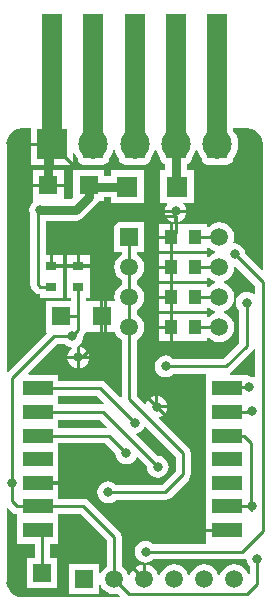
<source format=gbl>
%FSTAX24Y24*%
%MOIN*%
G70*
G01*
G75*
G04 Layer_Physical_Order=2*
G04 Layer_Color=16711680*
%ADD10R,0.0512X0.0394*%
%ADD11O,0.0906X0.0236*%
%ADD12R,0.0394X0.0512*%
%ADD13R,0.1299X0.1004*%
%ADD14R,0.0374X0.1004*%
%ADD15R,0.0472X0.0512*%
%ADD16C,0.0100*%
%ADD17C,0.0300*%
%ADD18R,0.0650X0.4803*%
%ADD19C,0.0591*%
%ADD20R,0.0591X0.0591*%
%ADD21C,0.0984*%
%ADD22R,0.0984X0.0984*%
%ADD23C,0.0320*%
%ADD24R,0.0984X0.0512*%
%ADD25R,0.0374X0.0315*%
%ADD26R,0.0630X0.0630*%
%ADD27R,0.0709X0.0709*%
G36*
X242695Y188907D02*
Y188003D01*
X242654Y187976D01*
X242594Y188D01*
X2425Y188013D01*
X242479Y18801D01*
X242442Y188043D01*
Y188068D01*
X241859D01*
X241844Y188116D01*
X241916Y188163D01*
X242595Y188842D01*
X242647Y188921D01*
X242695Y188907D01*
D02*
G37*
G36*
X234944Y196278D02*
X235236D01*
Y195795D01*
X235928D01*
Y195745D01*
X235978D01*
Y195053D01*
X23662D01*
Y195457D01*
X236669Y195469D01*
X236728Y195359D01*
X236778Y195298D01*
Y195273D01*
X236793Y195195D01*
X236837Y195128D01*
X236903Y195084D01*
X236982Y195069D01*
X237152D01*
X237171Y195063D01*
X237306Y19505D01*
X237442Y195063D01*
X237461Y195069D01*
X237631D01*
X237709Y195084D01*
X237775Y195128D01*
X237819Y195195D01*
X237835Y195273D01*
Y195298D01*
X237885Y195359D01*
X237949Y195479D01*
X23797Y19555D01*
X23802D01*
X238042Y195479D01*
X238106Y195359D01*
X238156Y195298D01*
Y195273D01*
X238171Y195195D01*
X238215Y195128D01*
X238281Y195084D01*
X238359Y195069D01*
X23853D01*
X238549Y195063D01*
X238684Y19505D01*
X23882Y195063D01*
X238839Y195069D01*
X239009D01*
X239087Y195084D01*
X239153Y195128D01*
X239197Y195195D01*
X239213Y195273D01*
Y195298D01*
X239263Y195359D01*
X239327Y195479D01*
X239348Y19555D01*
X239398D01*
X23942Y195479D01*
X239484Y195359D01*
X239533Y195298D01*
Y195273D01*
X239549Y195195D01*
X239593Y195128D01*
X239659Y195084D01*
X239709Y195074D01*
Y194892D01*
X239537D01*
Y193783D01*
X239744D01*
X239766Y193738D01*
X239738Y193702D01*
X239702Y193615D01*
X239696Y193571D01*
X240409D01*
X240403Y193615D01*
X240367Y193702D01*
X240309Y193777D01*
X240311Y193783D01*
X240646D01*
Y194892D01*
X240415D01*
Y195074D01*
X240465Y195084D01*
X240531Y195128D01*
X240575Y195195D01*
X240591Y195273D01*
Y195298D01*
X24064Y195359D01*
X240705Y195479D01*
X240726Y19555D01*
X240776D01*
X240798Y195479D01*
X240862Y195359D01*
X240911Y195298D01*
Y195273D01*
X240927Y195195D01*
X240971Y195128D01*
X241037Y195084D01*
X241115Y195069D01*
X241286D01*
X241304Y195063D01*
X24144Y19505D01*
X241576Y195063D01*
X241595Y195069D01*
X241765D01*
X241843Y195084D01*
X241909Y195128D01*
X241953Y195195D01*
X241969Y195273D01*
Y195298D01*
X242018Y195359D01*
X242083Y195479D01*
X242122Y195609D01*
X242136Y195745D01*
X242122Y195881D01*
X242083Y196011D01*
X242018Y196131D01*
X241969Y196192D01*
Y196278D01*
X242424D01*
X242438Y19628D01*
X242563Y196264D01*
X242693Y19621D01*
X242804Y196125D01*
X242889Y196014D01*
X242943Y195884D01*
X24296Y195759D01*
X242957Y195745D01*
Y191564D01*
X242911Y191544D01*
X242374Y192081D01*
X242374Y192084D01*
X242362Y192178D01*
X242325Y192265D01*
X242268Y19234D01*
X242193Y192398D01*
X242105Y192434D01*
X242011Y192447D01*
X241998Y192445D01*
X241968Y192485D01*
X241983Y19252D01*
X242Y19265D01*
X241983Y192779D01*
X241933Y192899D01*
X241853Y193003D01*
X24175Y193082D01*
X241629Y193132D01*
X2415Y193149D01*
X241371Y193132D01*
X24125Y193082D01*
X241147Y193003D01*
X241138Y192991D01*
X241091Y193007D01*
Y193106D01*
X239956D01*
Y192649D01*
Y192194D01*
X241091D01*
Y192292D01*
X241138Y192308D01*
X241147Y192296D01*
X24125Y192217D01*
X241353Y192175D01*
Y192125D01*
X24125Y192082D01*
X241147Y192003D01*
X241138Y191991D01*
X241091Y192007D01*
Y192106D01*
X239956D01*
Y191649D01*
Y191194D01*
X241091D01*
Y191292D01*
X241138Y191308D01*
X241147Y191296D01*
X24125Y191217D01*
X241353Y191175D01*
Y191125D01*
X24125Y191082D01*
X241147Y191003D01*
X241138Y190991D01*
X241091Y191007D01*
Y191106D01*
X239956D01*
Y19065D01*
Y190194D01*
X241091D01*
Y190292D01*
X241138Y190308D01*
X241147Y190296D01*
X24125Y190217D01*
X241353Y190175D01*
Y190125D01*
X24125Y190082D01*
X241147Y190003D01*
X241138Y189991D01*
X241091Y190007D01*
Y190106D01*
X239956D01*
Y18965D01*
Y189194D01*
X241091D01*
Y189292D01*
X241138Y189308D01*
X241147Y189296D01*
X24125Y189217D01*
X241371Y189167D01*
X2415Y18915D01*
X241629Y189167D01*
X24175Y189217D01*
X241853Y189296D01*
X241933Y1894D01*
X241983Y18952D01*
X242Y18965D01*
X241983Y189779D01*
X241933Y189899D01*
X241853Y190003D01*
X24175Y190082D01*
X241647Y190125D01*
Y190175D01*
X24175Y190217D01*
X241853Y190296D01*
X241933Y1904D01*
X241983Y19052D01*
X242Y19065D01*
X241983Y190779D01*
X241933Y190899D01*
X241853Y191003D01*
X24175Y191082D01*
X241647Y191125D01*
Y191175D01*
X24175Y191217D01*
X241853Y191296D01*
X241933Y1914D01*
X241983Y19152D01*
X242Y19165D01*
X241997Y19167D01*
X242042Y191692D01*
X242695Y191039D01*
Y190764D01*
X24265Y190742D01*
X242596Y190784D01*
X242509Y19082D01*
X242415Y190833D01*
X242321Y19082D01*
X242233Y190784D01*
X242158Y190726D01*
X2421Y190651D01*
X242064Y190563D01*
X242051Y190469D01*
X242064Y190375D01*
X2421Y190288D01*
X242158Y190213D01*
X24216Y190211D01*
Y189128D01*
X24163Y188598D01*
X239976D01*
X239974Y1886D01*
X239899Y188658D01*
X239812Y188694D01*
X239718Y188707D01*
X239624Y188694D01*
X239536Y188658D01*
X239461Y1886D01*
X239403Y188525D01*
X239367Y188437D01*
X239355Y188343D01*
X239367Y188249D01*
X239403Y188162D01*
X239461Y188087D01*
X239536Y188029D01*
X239624Y187993D01*
X239718Y18798D01*
X239812Y187993D01*
X239899Y188029D01*
X239974Y188087D01*
X239976Y188089D01*
X241057D01*
Y188068D01*
X241057D01*
Y187156D01*
Y186369D01*
Y185581D01*
Y184794D01*
Y184006D01*
Y183219D01*
Y182937D01*
X24175D01*
Y182837D01*
X241057D01*
Y182431D01*
D01*
Y182431D01*
X241043Y182417D01*
X239303D01*
X239301Y182419D01*
X239226Y182477D01*
X239138Y182513D01*
X239044Y182525D01*
X23895Y182513D01*
X238863Y182477D01*
X238788Y182419D01*
X23873Y182344D01*
X238694Y182256D01*
X238681Y182162D01*
X238694Y182068D01*
X23873Y181981D01*
X238788Y181906D01*
X238863Y181848D01*
X23895Y181812D01*
X239044Y181799D01*
X239138Y181812D01*
X239226Y181848D01*
X239301Y181906D01*
X239303Y181907D01*
X242247D01*
X242345Y181927D01*
X242363Y181939D01*
X242408Y181918D01*
X242418Y181842D01*
X242454Y181754D01*
X242512Y181679D01*
X242514Y181678D01*
Y181431D01*
X242465Y181421D01*
X242433Y181499D01*
X242353Y181603D01*
X24225Y181682D01*
X242129Y181732D01*
X242Y181749D01*
X241871Y181732D01*
X24175Y181682D01*
X241647Y181603D01*
X241567Y181499D01*
X241525Y181397D01*
X241475D01*
X241433Y181499D01*
X241353Y181603D01*
X24125Y181682D01*
X241129Y181732D01*
X241Y181749D01*
X240871Y181732D01*
X24075Y181682D01*
X240647Y181603D01*
X240567Y181499D01*
X240525Y181397D01*
X240475D01*
X240433Y181499D01*
X240353Y181603D01*
X24025Y181682D01*
X240129Y181732D01*
X24Y181749D01*
X239871Y181732D01*
X23975Y181682D01*
X239647Y181603D01*
X239567Y181499D01*
X239525Y181397D01*
X239475D01*
X239433Y181499D01*
X239353Y181603D01*
X23925Y181682D01*
X239129Y181732D01*
X23905Y181743D01*
Y18125D01*
X23895D01*
Y181743D01*
X238871Y181732D01*
X23875Y181682D01*
X238647Y181603D01*
X238567Y181499D01*
X238525Y181397D01*
X238475D01*
X238433Y181499D01*
X238353Y181603D01*
X238255Y181678D01*
Y18265D01*
X238235Y182747D01*
X23818Y18283D01*
X237155Y183855D01*
X237072Y18391D01*
X236975Y18393D01*
X236143D01*
Y184006D01*
Y184412D01*
X23545D01*
Y184512D01*
X236143D01*
Y184794D01*
Y185581D01*
Y185782D01*
X237707D01*
X238037Y185452D01*
X238037Y18545D01*
X238049Y185356D01*
X238086Y185268D01*
X238143Y185193D01*
X238218Y185135D01*
X238306Y185099D01*
X2384Y185086D01*
X238494Y185099D01*
X238582Y185135D01*
X238657Y185193D01*
X238714Y185268D01*
X238728Y185302D01*
X238778Y185312D01*
X239087Y185002D01*
X239087Y185D01*
X239099Y184906D01*
X239136Y184818D01*
X239193Y184743D01*
X239268Y184685D01*
X239356Y184649D01*
X23945Y184636D01*
X239544Y184649D01*
X239632Y184685D01*
X239707Y184743D01*
X239764Y184818D01*
X239801Y184906D01*
X239813Y185D01*
X239801Y185094D01*
X239764Y185181D01*
X239707Y185256D01*
X239632Y185314D01*
X239544Y18535D01*
X23945Y185363D01*
X239448Y185362D01*
X238741Y186069D01*
X238757Y186117D01*
X238778Y186119D01*
X238866Y186156D01*
X238941Y186213D01*
X238999Y186289D01*
X23901Y186316D01*
X239059Y186325D01*
X240045Y185339D01*
Y184855D01*
X239594Y184405D01*
X238058D01*
X238057Y184406D01*
X237982Y184464D01*
X237894Y1845D01*
X2378Y184513D01*
X237706Y1845D01*
X237618Y184464D01*
X237543Y184406D01*
X237486Y184331D01*
X237449Y184244D01*
X237437Y18415D01*
X237449Y184056D01*
X237486Y183968D01*
X237543Y183893D01*
X237618Y183835D01*
X237706Y183799D01*
X2378Y183786D01*
X237894Y183799D01*
X237982Y183835D01*
X238057Y183893D01*
X238058Y183895D01*
X2397D01*
X239798Y183914D01*
X23988Y183969D01*
X24048Y184569D01*
X240536Y184652D01*
X240555Y18475D01*
Y185445D01*
X240555Y185445D01*
X240555Y185445D01*
Y185445D01*
X240555D01*
X240555Y185445D01*
X240536Y185542D01*
X24048Y185625D01*
X239492Y186613D01*
X239505Y186649D01*
X239592Y186685D01*
X239667Y186743D01*
X239725Y186818D01*
X239761Y186906D01*
X239767Y18695D01*
X239411D01*
Y186999D01*
X239361D01*
Y187356D01*
X239317Y18735D01*
X239229Y187314D01*
X239154Y187256D01*
X239096Y187181D01*
X239063Y187101D01*
X239014Y187091D01*
X238755Y18735D01*
Y189221D01*
X238853Y189296D01*
X238933Y1894D01*
X238983Y18952D01*
X239Y18965D01*
X238983Y189779D01*
X238933Y189899D01*
X238853Y190003D01*
X238755Y190078D01*
Y190221D01*
X238853Y190296D01*
X238933Y1904D01*
X238983Y19052D01*
X239Y19065D01*
X238983Y190779D01*
X238933Y190899D01*
X238853Y191003D01*
X238755Y191078D01*
Y191221D01*
X238853Y191296D01*
X238933Y1914D01*
X238983Y19152D01*
X239Y19165D01*
X238983Y191779D01*
X238933Y191899D01*
X238853Y192003D01*
X238755Y192078D01*
Y192154D01*
X238995D01*
Y193145D01*
X238005D01*
Y192154D01*
X238245D01*
Y192078D01*
X238147Y192003D01*
X238067Y191899D01*
X238017Y191779D01*
X238Y19165D01*
X238017Y19152D01*
X238067Y1914D01*
X238147Y191296D01*
X238245Y191221D01*
Y191078D01*
X238147Y191003D01*
X238067Y190899D01*
X238017Y190779D01*
X238Y19065D01*
X238011Y190566D01*
X237978Y190528D01*
X237632D01*
Y190013D01*
Y189498D01*
X238027D01*
X238067Y1894D01*
X238147Y189296D01*
X238245Y189221D01*
Y187335D01*
X238199Y187316D01*
X237723Y187792D01*
X23764Y187847D01*
X237543Y187867D01*
X236143D01*
Y188068D01*
X235144D01*
X235125Y188114D01*
X236106Y189095D01*
X236342D01*
X236343Y189093D01*
X236418Y189035D01*
X236506Y188999D01*
X236576Y18899D01*
X236589Y188941D01*
X236543Y188906D01*
X236486Y188831D01*
X236449Y188744D01*
X236443Y1887D01*
X23675D01*
Y189006D01*
X2368Y189013D01*
X236824Y18901D01*
X236811Y189058D01*
X236857Y189093D01*
X236914Y189168D01*
X236951Y189256D01*
X236963Y18935D01*
X236963Y189352D01*
X23698Y189369D01*
X237036Y189452D01*
X237045Y189498D01*
X237067D01*
Y189498D01*
X237532D01*
Y190013D01*
Y190528D01*
X237067D01*
D01*
X237067D01*
X237055Y19054D01*
Y190638D01*
X237187D01*
Y191346D01*
Y191654D01*
X236413D01*
Y191346D01*
Y190638D01*
X236545D01*
Y190528D01*
X235728D01*
Y189498D01*
X235728Y189498D01*
X235728D01*
X235746Y189456D01*
X234458Y188168D01*
X234412Y188187D01*
Y195745D01*
X234409Y195759D01*
X234425Y195884D01*
X234479Y196014D01*
X234564Y196125D01*
X234676Y19621D01*
X234805Y196264D01*
X234931Y19628D01*
X234944Y196278D01*
D02*
G37*
G36*
X237676Y187118D02*
X237652Y187074D01*
X237625Y187079D01*
X236143D01*
Y187156D01*
Y187357D01*
X237437D01*
X237676Y187118D01*
D02*
G37*
G36*
X234595Y183495D02*
X234677Y183439D01*
X234758Y183423D01*
Y183219D01*
Y182431D01*
X235345D01*
Y181945D01*
X235105D01*
Y180954D01*
X236095D01*
Y181945D01*
X235855D01*
Y182431D01*
X236143D01*
Y183219D01*
Y18342D01*
X236869D01*
X237745Y182544D01*
Y181678D01*
X237647Y181603D01*
X237567Y181499D01*
X237544Y181444D01*
X237495Y181453D01*
Y181745D01*
X236505D01*
Y180754D01*
X237495D01*
Y181046D01*
X237544Y181056D01*
X237567Y181D01*
X237647Y180896D01*
X23775Y180817D01*
X237871Y180767D01*
X238Y18075D01*
X238123Y180766D01*
X238197Y180692D01*
X238178Y180646D01*
X234944D01*
X234931Y180643D01*
X234805Y180659D01*
X234676Y180713D01*
X234564Y180798D01*
X234479Y18091D01*
X234425Y181039D01*
X234409Y181164D01*
X234412Y181178D01*
Y183612D01*
X234458Y183631D01*
X234595Y183495D01*
D02*
G37*
G36*
X237751Y186338D02*
X237732Y186292D01*
X236143D01*
Y186369D01*
Y18657D01*
X23752D01*
X237751Y186338D01*
D02*
G37*
%LPC*%
G36*
X237157Y1886D02*
X23685D01*
Y188293D01*
X236894Y188299D01*
X236982Y188335D01*
X237057Y188393D01*
X237114Y188468D01*
X237151Y188556D01*
X237157Y1886D01*
D02*
G37*
G36*
X23675D02*
X236443D01*
X236449Y188556D01*
X236486Y188468D01*
X236543Y188393D01*
X236618Y188335D01*
X236706Y188299D01*
X23675Y188293D01*
Y1886D01*
D02*
G37*
G36*
X23685Y189006D02*
Y1887D01*
X237157D01*
X237151Y188744D01*
X237114Y188831D01*
X237057Y188906D01*
X236982Y188964D01*
X236894Y189D01*
X23685Y189006D01*
D02*
G37*
G36*
X239856Y190106D02*
X239509D01*
Y1897D01*
X239856D01*
Y190106D01*
D02*
G37*
G36*
Y1896D02*
X239509D01*
Y189194D01*
X239856D01*
Y1896D01*
D02*
G37*
G36*
X236325Y194902D02*
X23586D01*
Y194437D01*
X236325D01*
Y194902D01*
D02*
G37*
G36*
X235878Y195695D02*
X235236D01*
Y195053D01*
X235878D01*
Y195695D01*
D02*
G37*
G36*
X239461Y187356D02*
Y18705D01*
X239767D01*
X239761Y187094D01*
X239725Y187181D01*
X239667Y187256D01*
X239592Y187314D01*
X239505Y18735D01*
X239461Y187356D01*
D02*
G37*
G36*
X237664Y194902D02*
X236634D01*
Y193967D01*
X236576Y19391D01*
X236325D01*
Y194337D01*
X235295D01*
Y193872D01*
X235295D01*
X235295Y193827D01*
X235278Y193813D01*
X23522Y193738D01*
X235184Y193651D01*
X235172Y193557D01*
X235184Y193463D01*
X235201Y193421D01*
Y191076D01*
X23522Y190979D01*
X235276Y190896D01*
X235357Y190815D01*
X235439Y19076D01*
X235513Y190745D01*
Y190638D01*
X236287D01*
Y191346D01*
Y191654D01*
X2359D01*
Y191704D01*
X23585D01*
Y192061D01*
X235711D01*
Y193204D01*
X236722D01*
X236814Y193216D01*
X236899Y193251D01*
X236972Y193307D01*
X236972Y193307D01*
X236972Y193307D01*
X237398Y193734D01*
X237398Y193734D01*
X237455Y193807D01*
X237481Y193872D01*
X237664D01*
Y193985D01*
X237884D01*
Y193783D01*
X238993D01*
Y194892D01*
X237884D01*
Y194691D01*
X237664D01*
Y194902D01*
D02*
G37*
G36*
X23576D02*
X235295D01*
Y194437D01*
X23576D01*
Y194902D01*
D02*
G37*
G36*
X239856Y1906D02*
X239509D01*
Y190194D01*
X239856D01*
Y1906D01*
D02*
G37*
G36*
X237187Y192061D02*
X23685D01*
Y191754D01*
X237187D01*
Y192061D01*
D02*
G37*
G36*
X23675D02*
X236413D01*
Y191754D01*
X23675D01*
Y192061D01*
D02*
G37*
G36*
X239856Y1926D02*
X239509D01*
Y192194D01*
X239856D01*
Y1926D01*
D02*
G37*
G36*
X240002Y193471D02*
X239696D01*
X239702Y193427D01*
X239738Y193339D01*
X239796Y193264D01*
X239871Y193206D01*
X239958Y19317D01*
X240002Y193164D01*
Y193471D01*
D02*
G37*
G36*
X239856Y193106D02*
X239509D01*
Y1927D01*
X239856D01*
Y193106D01*
D02*
G37*
G36*
Y1916D02*
X239509D01*
Y191194D01*
X239856D01*
Y1916D01*
D02*
G37*
G36*
Y191106D02*
X239509D01*
Y1907D01*
X239856D01*
Y191106D01*
D02*
G37*
G36*
X240409Y193471D02*
X240102D01*
Y193164D01*
X240146Y19317D01*
X240234Y193206D01*
X240309Y193264D01*
X240367Y193339D01*
X240403Y193427D01*
X240409Y193471D01*
D02*
G37*
G36*
X236287Y192061D02*
X23595D01*
Y191754D01*
X236287D01*
Y192061D01*
D02*
G37*
G36*
X239856Y192106D02*
X239509D01*
Y1917D01*
X239856D01*
Y192106D01*
D02*
G37*
%LPD*%
D12*
X239906Y18965D02*
D03*
X240694D02*
D03*
X239906Y19065D02*
D03*
X240694D02*
D03*
X239906Y19265D02*
D03*
X240694D02*
D03*
X239906Y19165D02*
D03*
X240694D02*
D03*
D16*
X237625Y186824D02*
X23945Y185D01*
X23545Y186824D02*
X237625D01*
X237813Y186037D02*
X2384Y18545D01*
X23545Y186037D02*
X237813D01*
X2356Y18145D02*
Y182738D01*
X23545Y182887D02*
X2356Y182738D01*
X242575Y186824D02*
X2426Y18685D01*
X24175Y186824D02*
X242575D01*
X241787Y18765D02*
X2425D01*
X24175Y187612D02*
X241787Y18765D01*
X23545Y183675D02*
X236975D01*
X238Y18265D01*
Y18125D02*
Y18265D01*
X24175Y183675D02*
X242675D01*
X238Y18125D02*
X2385Y18075D01*
X234775Y183675D02*
X23545D01*
X2346Y18385D02*
X234775Y183675D01*
X2378Y18415D02*
X2397D01*
X2403Y18475D01*
X2385Y18965D02*
Y19065D01*
Y19165D01*
Y19265D01*
X236Y18935D02*
X2366D01*
X2367Y18875D02*
X2368Y18865D01*
X2346Y18795D02*
X236Y18935D01*
X240694Y19265D02*
X2415D01*
X240694Y19165D02*
X2415D01*
X240694Y19065D02*
X2415D01*
X240694Y18965D02*
X2415D01*
X2359Y191704D02*
X2368D01*
X239906Y19265D02*
X240062Y192806D01*
X239906Y18965D02*
Y19065D01*
Y19165D01*
Y19265D01*
X236927Y18865D02*
X2377Y189423D01*
X2368Y18865D02*
X236927D01*
X2366Y18935D02*
X2368Y18955D01*
X235537Y190995D02*
X2359D01*
X23545Y187612D02*
X237543D01*
X238684Y18647D01*
X2403Y18475D02*
Y185445D01*
X240653Y182887D02*
X24175D01*
X236243Y190013D02*
X2368D01*
Y18955D02*
Y190013D01*
Y190995D01*
X2377Y192822D02*
X238241Y193363D01*
X240062Y192806D02*
Y193363D01*
X2368Y191704D02*
X2377D01*
Y192822D01*
X238596Y181654D02*
X239Y18125D01*
X238596Y181654D02*
Y182881D01*
X238363Y182887D02*
X240653D01*
X2385Y18075D02*
X242429D01*
X242769Y181089D01*
Y181936D01*
X239044Y182162D02*
X242247D01*
X24175Y186037D02*
X242319D01*
X242572Y183572D02*
X242675Y183675D01*
X242572Y183572D02*
Y185784D01*
X242319Y186037D02*
X242572Y185784D01*
X242247Y182162D02*
X24295Y182865D01*
Y191144D01*
X239906Y189111D02*
Y18965D01*
X238989Y187421D02*
Y188194D01*
X239906Y189111D01*
X2385Y187245D02*
X2403Y185445D01*
X2385Y187245D02*
Y18965D01*
X239718Y188343D02*
X241735D01*
X242415Y189023D01*
Y190469D01*
X238989Y187421D02*
X239411Y187D01*
X240653Y185757D01*
Y182887D02*
Y185757D01*
X242011Y192084D02*
X24295Y191144D01*
X2346Y18385D02*
Y18795D01*
X235456Y191076D02*
Y193478D01*
X235535Y193557D01*
X235456Y191076D02*
X235537Y190995D01*
X235928Y195745D02*
X236726Y194948D01*
X238989D01*
X239324Y194613D01*
Y193363D02*
Y194613D01*
X238241Y193363D02*
X239324D01*
X2377Y189423D02*
Y191704D01*
X239324Y193363D02*
X240062D01*
X23545Y184462D02*
X236788D01*
X238363Y182887D01*
D17*
X240062Y194367D02*
Y195745D01*
X237198Y194338D02*
X238438D01*
X237149Y193983D02*
Y194387D01*
X236722Y193557D02*
X237149Y193983D01*
X235535Y193557D02*
X236722D01*
X23581Y194387D02*
Y195627D01*
D18*
X235928Y197674D02*
D03*
X237306D02*
D03*
X238684D02*
D03*
X240062D02*
D03*
X24144D02*
D03*
D19*
X2415Y18965D02*
D03*
Y19065D02*
D03*
Y19165D02*
D03*
Y19265D02*
D03*
X2385Y18965D02*
D03*
Y19065D02*
D03*
Y19165D02*
D03*
X242Y18125D02*
D03*
X241D02*
D03*
X24D02*
D03*
X239D02*
D03*
X238D02*
D03*
D20*
X2385Y19265D02*
D03*
X2356Y18145D02*
D03*
X237Y18125D02*
D03*
D21*
X24144Y195745D02*
D03*
X238684D02*
D03*
X240062D02*
D03*
X237306D02*
D03*
D22*
X235928D02*
D03*
D23*
X23945Y185D02*
D03*
X2384Y18545D02*
D03*
X24259Y18685D02*
D03*
X2425Y18765D02*
D03*
X2378Y18415D02*
D03*
X234606Y184443D02*
D03*
X2366Y18935D02*
D03*
X2368Y18865D02*
D03*
X235535Y193557D02*
D03*
X238684Y18647D02*
D03*
X239411Y187D02*
D03*
X240052Y193521D02*
D03*
X239044Y182162D02*
D03*
X242769Y181936D02*
D03*
X242582Y183688D02*
D03*
X242011Y192084D02*
D03*
X239718Y188343D02*
D03*
X242415Y190469D02*
D03*
D24*
X23545Y182887D02*
D03*
Y183675D02*
D03*
Y184462D02*
D03*
Y18525D02*
D03*
Y186037D02*
D03*
Y186824D02*
D03*
Y187612D02*
D03*
X24175Y182887D02*
D03*
Y183675D02*
D03*
Y184462D02*
D03*
Y18525D02*
D03*
Y186037D02*
D03*
Y186824D02*
D03*
Y187612D02*
D03*
D25*
X2368Y191704D02*
D03*
Y190995D02*
D03*
X2359D02*
D03*
Y191704D02*
D03*
D26*
X237582Y190013D02*
D03*
X236243D02*
D03*
X237149Y194387D02*
D03*
X23581D02*
D03*
D27*
X238438Y194338D02*
D03*
X240092D02*
D03*
M02*

</source>
